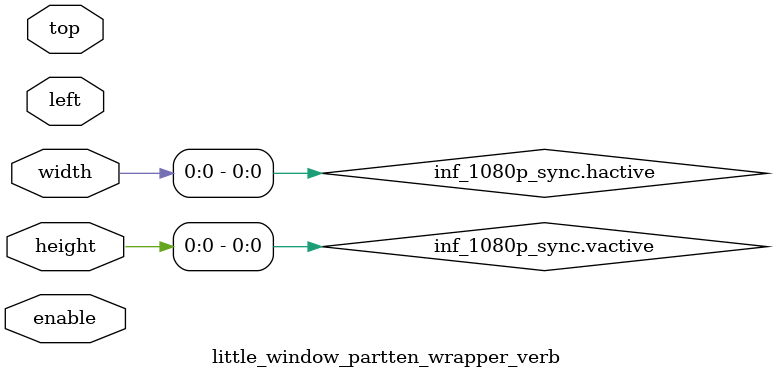
<source format=sv>
/**********************************************
______________                ______________
______________ \  /\  /|\  /| ______________
______________  \/  \/ | \/ | ______________
descript:
author : Young
Version: VERA.0.0
creaded: 2017/2/19 下午10:16:24
madified:
***********************************************/
module little_window_partten_wrapper_verb #(
    parameter LAT_1080P   = 1
)(
    input           enable,
    //---coeff---
    input[11:0]                     top     ,
    input[11:0]                     left    ,
    input[11:0]                     width   ,
    input[11:0]                     height  ,
    video_native_inf.compact_out    inf,
    video_native_inf.compact_out    inf_1080p_sync
);

little_window_partten little_window_partten_inst(
/*    input         */  .pclk          (inf.pclk        ),
/*    input         */  .prst_n        (inf.prst_n      ),
/*    input         */  .enable        (enable          ),
    //---coeff---
/*    input[11:0]   */  .top           (top             ),
/*    input[11:0]   */  .left          (left            ),
/*    input[11:0]   */  .width         (width           ),
/*    input[11:0]   */  .height        (height          ),
/*    output        */  .vs            (inf.vsync       ),
/*    output        */  .hs            (inf.hsync       ),
/*    output        */  .de_1080p      (de_1080p        ),
/*    output        */  .de            (inf.de          ),
/*    output [23:0] */  .data          (inf.data        ),
/*    output[15:0]  */  .vactive       (/*inf.vactive */    ),
/*    output[15:0]  */  .hactive       (/*inf.hactive */    )
);

// assign inf.vactive  = {4'b0000,height};
// assign inf.hactive  = {4'b0000,width};

always@(posedge inf.pclk,negedge inf.prst_n)
    if(~inf.prst_n) inf.vactive     <= '0;
    else begin
        if(inf.vs_raising)
                inf.vactive <= inf.v_index;
        else    inf.vactive <= inf.vactive;
    end

always@(posedge inf.pclk,negedge inf.prst_n)
    if(~inf.prst_n) inf.hactive     <= '0;
    else begin
        if(inf.de_falling)
                inf.hactive <= inf.h_index;
        else    inf.hactive <= inf.hactive;
    end

latency #(
    .LAT        (LAT_1080P+2  ),
    .DSIZE      (3          )
)latency_inst(
    inf.pclk    ,
    inf.prst_n  ,
    {inf.vsync,inf.hsync,de_1080p},
    {inf_1080p_sync.vsync,inf_1080p_sync.hsync,inf_1080p_sync.de}
);

assign inf_1080p_sync.vactive  = {4'b0000,height};
assign inf_1080p_sync.hactive  = {4'b0000,width};

endmodule

</source>
